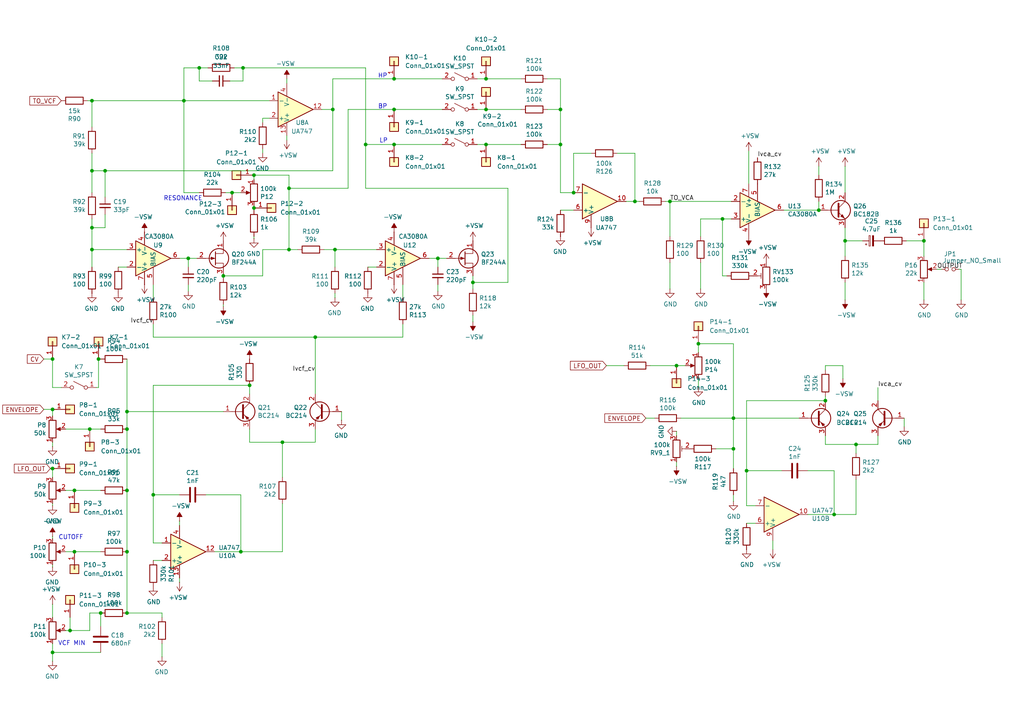
<source format=kicad_sch>
(kicad_sch (version 20250114) (generator "eeschema") (generator_version "9.0")
  (paper "A4")
  (text "BP" (at 110.998 30.988 0) (effects (font (size 1.27 1.27))))
  (text "RESONANCE" (at 53.086 57.658 0) (effects (font (size 1.27 1.27))))
  (text "CUTOFF" (at 20.574 155.956 0) (effects (font (size 1.27 1.27))))
  (text "LP" (at 111.252 40.894 0) (effects (font (size 1.27 1.27))))
  (text "VCF MIN" (at 20.828 186.69 0) (effects (font (size 1.27 1.27))))
  (text "HP" (at 110.998 22.098 0) (effects (font (size 1.27 1.27))))
  (junction (at 137.16 81.915))
  (junction (at 237.49 60.96))
  (junction (at 28.575 104.14))
  (junction (at 106.045 41.91))
  (junction (at 21.59 160.02))
  (junction (at 26.67 66.04))
  (junction (at 36.83 177.8))
  (junction (at 114.3 22.86))
  (junction (at 96.52 31.75))
  (junction (at 212.725 121.285))
  (junction (at 241.935 149.225))
  (junction (at 26.035 124.46))
  (junction (at 26.67 72.39))
  (junction (at 209.55 63.5))
  (junction (at 73.66 60.325))
  (junction (at 140.97 22.86))
  (junction (at 196.215 106.045))
  (junction (at 26.67 49.53))
  (junction (at 73.66 50.8))
  (junction (at 57.785 19.685))
  (junction (at 114.3 31.75))
  (junction (at 267.97 69.85))
  (junction (at 15.24 104.14))
  (junction (at 72.39 111.76))
  (junction (at 140.97 41.91))
  (junction (at 15.24 135.89))
  (junction (at 166.37 55.88))
  (junction (at 70.485 19.685))
  (junction (at 127 74.93))
  (junction (at 248.285 128.905))
  (junction (at 29.21 177.8))
  (junction (at 54.61 74.93))
  (junction (at 239.395 116.205))
  (junction (at 140.97 31.75))
  (junction (at 64.77 80.01))
  (junction (at 15.24 189.23))
  (junction (at 245.11 69.85))
  (junction (at 67.31 55.88))
  (junction (at 83.82 72.39))
  (junction (at 83.82 54.61))
  (junction (at 216.535 136.525))
  (junction (at 20.32 182.88))
  (junction (at 36.83 119.38))
  (junction (at 97.155 72.39))
  (junction (at 15.24 118.745))
  (junction (at 162.56 31.75))
  (junction (at 69.85 160.02))
  (junction (at 91.44 97.79))
  (junction (at 30.48 49.53))
  (junction (at 21.59 142.24))
  (junction (at 36.83 124.46))
  (junction (at 36.83 142.24))
  (junction (at 212.725 130.175))
  (junction (at 194.31 58.42))
  (junction (at 81.915 128.27))
  (junction (at 36.83 160.02))
  (junction (at 26.67 29.21))
  (junction (at 162.56 41.91))
  (junction (at 202.565 99.695))
  (junction (at 184.15 58.42))
  (junction (at 114.3 41.91))
  (junction (at 44.45 143.51))
  (junction (at 53.34 29.21))
  (wire (pts (xy 106.045 19.685) (xy 106.045 41.91)))
  (wire (pts (xy 72.39 128.27) (xy 81.915 128.27)))
  (wire (pts (xy 83.82 72.39) (xy 86.36 72.39)))
  (wire (pts (xy 25.4 29.21) (xy 26.67 29.21)))
  (wire (pts (xy 72.39 111.76) (xy 72.39 114.3)))
  (wire (pts (xy 91.44 128.27) (xy 91.44 124.46)))
  (wire (pts (xy 245.11 74.295) (xy 245.11 69.85)))
  (wire (pts (xy 70.485 19.685) (xy 106.045 19.685)))
  (wire (pts (xy 241.935 136.525) (xy 241.935 149.225)))
  (wire (pts (xy 44.45 93.98) (xy 44.45 97.79)))
  (wire (pts (xy 30.48 49.53) (xy 30.48 57.15)))
  (wire (pts (xy 52.07 143.51) (xy 44.45 143.51)))
  (wire (pts (xy 53.34 55.88) (xy 53.34 29.21)))
  (wire (pts (xy 52.07 167.64) (xy 52.07 168.91)))
  (wire (pts (xy 184.15 58.42) (xy 181.61 58.42)))
  (wire (pts (xy 73.66 60.96) (xy 73.66 60.325)))
  (wire (pts (xy 36.83 124.46) (xy 36.83 119.38)))
  (wire (pts (xy 69.85 143.51) (xy 69.85 160.02)))
  (wire (pts (xy 162.56 31.75) (xy 162.56 41.91)))
  (wire (pts (xy 76.2 35.56) (xy 76.2 34.29)))
  (wire (pts (xy 96.52 31.75) (xy 96.52 22.86)))
  (wire (pts (xy 162.56 31.75) (xy 158.75 31.75)))
  (wire (pts (xy 26.035 124.46) (xy 29.21 124.46)))
  (wire (pts (xy 76.2 72.39) (xy 83.82 72.39)))
  (wire (pts (xy 29.21 181.61) (xy 29.21 177.8)))
  (wire (pts (xy 137.16 93.345) (xy 137.16 91.44)))
  (wire (pts (xy 81.915 128.27) (xy 81.915 138.43)))
  (wire (pts (xy 91.44 97.79) (xy 116.84 97.79)))
  (wire (pts (xy 76.2 34.29) (xy 78.105 34.29)))
  (wire (pts (xy 57.15 74.93) (xy 54.61 74.93)))
  (wire (pts (xy 64.77 88.9) (xy 64.77 88.265)))
  (wire (pts (xy 83.82 50.8) (xy 73.66 50.8)))
  (wire (pts (xy 21.59 142.24) (xy 29.21 142.24)))
  (wire (pts (xy 267.97 69.85) (xy 262.89 69.85)))
  (wire (pts (xy 44.45 143.51) (xy 44.45 111.76)))
  (wire (pts (xy 184.15 44.45) (xy 184.15 58.42)))
  (wire (pts (xy 239.395 116.205) (xy 216.535 116.205)))
  (wire (pts (xy 83.185 39.37) (xy 83.185 40.64)))
  (wire (pts (xy 207.645 130.175) (xy 212.725 130.175)))
  (wire (pts (xy 212.725 130.175) (xy 212.725 135.89)))
  (wire (pts (xy 114.3 31.75) (xy 128.27 31.75)))
  (wire (pts (xy 30.48 49.53) (xy 96.52 49.53)))
  (wire (pts (xy 278.765 78.105) (xy 278.13 78.105)))
  (wire (pts (xy 65.405 55.88) (xy 67.31 55.88)))
  (wire (pts (xy 106.045 54.61) (xy 106.045 41.91)))
  (wire (pts (xy 76.2 43.18) (xy 76.2 44.45)))
  (wire (pts (xy 244.475 106.045) (xy 239.395 106.045)))
  (wire (pts (xy 73.66 69.215) (xy 73.66 68.58)))
  (wire (pts (xy 34.29 77.47) (xy 36.83 77.47)))
  (wire (pts (xy 15.24 189.23) (xy 29.21 189.23)))
  (wire (pts (xy 175.895 106.045) (xy 180.975 106.045)))
  (wire (pts (xy 26.67 49.53) (xy 26.67 55.88)))
  (wire (pts (xy 106.68 77.47) (xy 109.22 77.47)))
  (wire (pts (xy 99.06 121.92) (xy 99.06 119.38)))
  (wire (pts (xy 227.33 60.96) (xy 237.49 60.96)))
  (wire (pts (xy 248.285 128.905) (xy 254.635 128.905)))
  (wire (pts (xy 209.55 63.5) (xy 209.55 80.01)))
  (wire (pts (xy 203.2 63.5) (xy 209.55 63.5)))
  (wire (pts (xy 26.67 66.04) (xy 26.67 63.5)))
  (wire (pts (xy 147.32 81.915) (xy 147.32 54.61)))
  (wire (pts (xy 19.05 160.02) (xy 21.59 160.02)))
  (wire (pts (xy 73.66 50.8) (xy 73.66 52.07)))
  (wire (pts (xy 83.82 54.61) (xy 83.82 72.39)))
  (wire (pts (xy 216.535 136.525) (xy 226.695 136.525)))
  (wire (pts (xy 81.915 128.27) (xy 91.44 128.27)))
  (wire (pts (xy 36.83 119.38) (xy 36.83 104.14)))
  (wire (pts (xy 26.67 29.21) (xy 53.34 29.21)))
  (wire (pts (xy 44.45 143.51) (xy 44.45 157.48)))
  (wire (pts (xy 93.98 72.39) (xy 97.155 72.39)))
  (wire (pts (xy 64.77 119.38) (xy 36.83 119.38)))
  (wire (pts (xy 30.48 62.23) (xy 30.48 66.04)))
  (wire (pts (xy 210.82 80.01) (xy 209.55 80.01)))
  (wire (pts (xy 179.07 44.45) (xy 184.15 44.45)))
  (wire (pts (xy 209.55 63.5) (xy 212.09 63.5)))
  (wire (pts (xy 138.43 22.86) (xy 140.97 22.86)))
  (wire (pts (xy 96.52 22.86) (xy 114.3 22.86)))
  (wire (pts (xy 36.83 177.8) (xy 36.83 160.02)))
  (wire (pts (xy 81.915 146.05) (xy 81.915 160.02)))
  (wire (pts (xy 216.535 116.205) (xy 216.535 136.525)))
  (wire (pts (xy 26.67 72.39) (xy 36.83 72.39)))
  (wire (pts (xy 70.485 19.685) (xy 67.945 19.685)))
  (wire (pts (xy 158.75 41.91) (xy 162.56 41.91)))
  (wire (pts (xy 137.16 81.915) (xy 147.32 81.915)))
  (wire (pts (xy 137.16 83.82) (xy 137.16 81.915)))
  (wire (pts (xy 262.255 123.825) (xy 262.255 121.285)))
  (wire (pts (xy 184.15 58.42) (xy 185.42 58.42)))
  (wire (pts (xy 93.345 31.75) (xy 96.52 31.75)))
  (wire (pts (xy 64.77 80.645) (xy 64.77 80.01)))
  (wire (pts (xy 114.3 41.91) (xy 128.27 41.91)))
  (wire (pts (xy 138.43 41.91) (xy 140.97 41.91)))
  (wire (pts (xy 245.11 69.85) (xy 245.11 66.04)))
  (wire (pts (xy 202.565 112.395) (xy 202.565 109.855)))
  (wire (pts (xy 46.99 186.69) (xy 46.99 190.5)))
  (wire (pts (xy 248.285 139.065) (xy 248.285 149.225)))
  (wire (pts (xy 203.2 63.5) (xy 203.2 68.58)))
  (wire (pts (xy 83.185 24.13) (xy 83.185 22.86)))
  (wire (pts (xy 212.725 130.175) (xy 212.725 121.285)))
  (wire (pts (xy 26.67 77.47) (xy 26.67 72.39)))
  (wire (pts (xy 52.07 151.13) (xy 52.07 152.4)))
  (wire (pts (xy 127 77.47) (xy 127 74.93)))
  (wire (pts (xy 97.155 72.39) (xy 109.22 72.39)))
  (wire (pts (xy 20.32 179.07) (xy 20.32 182.88)))
  (wire (pts (xy 171.45 44.45) (xy 166.37 44.45)))
  (wire (pts (xy 254.635 128.905) (xy 254.635 126.365)))
  (wire (pts (xy 28.575 112.395) (xy 28.575 104.14)))
  (wire (pts (xy 57.785 55.88) (xy 53.34 55.88)))
  (wire (pts (xy 97.155 86.36) (xy 97.155 85.09)))
  (wire (pts (xy 73.66 60.325) (xy 73.66 59.69)))
  (wire (pts (xy 239.395 128.905) (xy 248.285 128.905)))
  (wire (pts (xy 212.725 99.695) (xy 212.725 121.285)))
  (wire (pts (xy 194.31 58.42) (xy 212.09 58.42)))
  (wire (pts (xy 44.45 157.48) (xy 46.99 157.48)))
  (wire (pts (xy 224.155 159.385) (xy 224.155 156.845)))
  (wire (pts (xy 57.785 19.685) (xy 60.325 19.685)))
  (wire (pts (xy 27.94 112.395) (xy 28.575 112.395)))
  (wire (pts (xy 26.67 36.83) (xy 26.67 29.21)))
  (wire (pts (xy 62.23 160.02) (xy 69.85 160.02)))
  (wire (pts (xy 239.395 126.365) (xy 239.395 128.905)))
  (wire (pts (xy 26.035 177.8) (xy 29.21 177.8)))
  (wire (pts (xy 237.49 60.96) (xy 237.49 58.42)))
  (wire (pts (xy 100.965 31.75) (xy 100.965 54.61)))
  (wire (pts (xy 53.34 19.685) (xy 53.34 29.21)))
  (wire (pts (xy 248.285 131.445) (xy 248.285 128.905)))
  (wire (pts (xy 15.24 104.14) (xy 15.24 112.395)))
  (wire (pts (xy 21.59 160.02) (xy 29.21 160.02)))
  (wire (pts (xy 26.67 66.04) (xy 26.67 72.39)))
  (wire (pts (xy 44.45 86.36) (xy 44.45 82.55)))
  (wire (pts (xy 187.325 121.285) (xy 189.865 121.285)))
  (wire (pts (xy 267.97 86.995) (xy 267.97 81.915)))
  (wire (pts (xy 76.2 80.01) (xy 76.2 72.39)))
  (wire (pts (xy 245.11 48.26) (xy 245.11 55.88)))
  (wire (pts (xy 245.11 81.915) (xy 245.11 86.995)))
  (wire (pts (xy 19.05 124.46) (xy 26.035 124.46)))
  (wire (pts (xy 15.24 189.23) (xy 15.24 186.69)))
  (wire (pts (xy 46.99 177.8) (xy 36.83 177.8)))
  (wire (pts (xy 212.725 143.51) (xy 212.725 145.415)))
  (wire (pts (xy 83.82 54.61) (xy 100.965 54.61)))
  (wire (pts (xy 278.765 86.995) (xy 278.765 78.105)))
  (wire (pts (xy 67.31 55.88) (xy 69.85 55.88)))
  (wire (pts (xy 59.69 143.51) (xy 69.85 143.51)))
  (wire (pts (xy 57.785 19.685) (xy 53.34 19.685)))
  (wire (pts (xy 26.035 182.88) (xy 26.035 177.8)))
  (wire (pts (xy 203.2 83.82) (xy 203.2 76.2)))
  (wire (pts (xy 166.37 55.88) (xy 162.56 55.88)))
  (wire (pts (xy 239.395 106.045) (xy 239.395 107.315)))
  (wire (pts (xy 83.82 54.61) (xy 83.82 50.8)))
  (wire (pts (xy 162.56 22.86) (xy 162.56 31.75)))
  (wire (pts (xy 194.31 76.2) (xy 194.31 83.82)))
  (wire (pts (xy 114.3 31.75) (xy 100.965 31.75)))
  (wire (pts (xy 36.83 160.02) (xy 36.83 142.24)))
  (wire (pts (xy 26.67 49.53) (xy 26.67 44.45)))
  (wire (pts (xy 15.24 146.05) (xy 15.24 146.685)))
  (wire (pts (xy 19.05 182.88) (xy 20.32 182.88)))
  (wire (pts (xy 12.7 104.14) (xy 15.24 104.14)))
  (wire (pts (xy 216.535 151.765) (xy 219.075 151.765)))
  (wire (pts (xy 162.56 55.88) (xy 162.56 41.91)))
  (wire (pts (xy 237.49 48.26) (xy 237.49 50.8)))
  (wire (pts (xy 66.675 23.495) (xy 70.485 23.495)))
  (wire (pts (xy 19.05 142.24) (xy 21.59 142.24)))
  (wire (pts (xy 97.155 72.39) (xy 97.155 77.47)))
  (wire (pts (xy 166.37 44.45) (xy 166.37 55.88)))
  (wire (pts (xy 106.045 41.91) (xy 114.3 41.91)))
  (wire (pts (xy 15.24 179.07) (xy 15.24 175.26)))
  (wire (pts (xy 15.24 135.89) (xy 15.24 138.43)))
  (wire (pts (xy 234.315 149.225) (xy 241.935 149.225)))
  (wire (pts (xy 254.635 112.395) (xy 254.635 116.205)))
  (wire (pts (xy 15.24 128.27) (xy 15.24 129.54)))
  (wire (pts (xy 267.97 74.295) (xy 267.97 69.85)))
  (wire (pts (xy 212.725 121.285) (xy 231.775 121.285)))
  (wire (pts (xy 273.05 78.105) (xy 271.78 78.105)))
  (wire (pts (xy 216.535 146.685) (xy 219.075 146.685)))
  (wire (pts (xy 140.97 31.75) (xy 151.13 31.75)))
  (wire (pts (xy 193.04 58.42) (xy 194.31 58.42)))
  (wire (pts (xy 217.17 43.815) (xy 217.17 53.34)))
  (wire (pts (xy 194.31 58.42) (xy 194.31 68.58)))
  (wire (pts (xy 57.785 19.685) (xy 57.785 23.495)))
  (wire (pts (xy 64.77 80.01) (xy 76.2 80.01)))
  (wire (pts (xy 44.45 111.76) (xy 72.39 111.76)))
  (wire (pts (xy 188.595 106.045) (xy 196.215 106.045)))
  (wire (pts (xy 202.565 99.695) (xy 202.565 102.235)))
  (wire (pts (xy 140.97 22.86) (xy 151.13 22.86)))
  (wire (pts (xy 137.16 81.915) (xy 137.16 80.01)))
  (wire (pts (xy 202.565 99.695) (xy 212.725 99.695)))
  (wire (pts (xy 70.485 19.685) (xy 70.485 23.495)))
  (wire (pts (xy 15.24 112.395) (xy 17.78 112.395)))
  (wire (pts (xy 15.24 118.745) (xy 15.24 120.65)))
  (wire (pts (xy 54.61 74.93) (xy 52.07 74.93)))
  (wire (pts (xy 96.52 49.53) (xy 96.52 31.75)))
  (wire (pts (xy 196.215 125.095) (xy 196.215 126.365)))
  (wire (pts (xy 216.535 146.685) (xy 216.535 136.525)))
  (wire (pts (xy 54.61 77.47) (xy 54.61 74.93)))
  (wire (pts (xy 91.44 114.3) (xy 91.44 97.79)))
  (wire (pts (xy 15.24 163.83) (xy 15.24 164.465)))
  (wire (pts (xy 245.11 69.85) (xy 250.19 69.85)))
  (wire (pts (xy 116.84 86.36) (xy 116.84 82.55)))
  (wire (pts (xy 44.45 97.79) (xy 91.44 97.79)))
  (wire (pts (xy 81.915 160.02) (xy 69.85 160.02)))
  (wire (pts (xy 239.395 114.935) (xy 239.395 116.205)))
  (wire (pts (xy 61.595 23.495) (xy 57.785 23.495)))
  (wire (pts (xy 196.215 135.255) (xy 196.215 133.985)))
  (wire (pts (xy 12.7 118.745) (xy 15.24 118.745)))
  (wire (pts (xy 129.54 74.93) (xy 127 74.93)))
  (wire (pts (xy 140.97 41.91) (xy 151.13 41.91)))
  (wire (pts (xy 212.725 121.285) (xy 197.485 121.285)))
  (wire (pts (xy 116.84 97.79) (xy 116.84 93.98)))
  (wire (pts (xy 15.24 189.23) (xy 15.24 191.77)))
  (wire (pts (xy 46.99 179.07) (xy 46.99 177.8)))
  (wire (pts (xy 244.475 109.855) (xy 244.475 106.045)))
  (wire (pts (xy 72.39 128.27) (xy 72.39 124.46)))
  (wire (pts (xy 53.34 29.21) (xy 78.105 29.21)))
  (wire (pts (xy 114.3 22.86) (xy 128.27 22.86)))
  (wire (pts (xy 138.43 31.75) (xy 140.97 31.75)))
  (wire (pts (xy 234.315 136.525) (xy 241.935 136.525)))
  (wire (pts (xy 196.215 106.045) (xy 198.755 106.045)))
  (wire (pts (xy 28.575 104.14) (xy 29.21 104.14)))
  (wire (pts (xy 147.32 54.61) (xy 106.045 54.61)))
  (wire (pts (xy 54.61 84.455) (xy 54.61 82.55)))
  (wire (pts (xy 127 74.93) (xy 124.46 74.93)))
  (wire (pts (xy 162.56 22.86) (xy 158.75 22.86)))
  (wire (pts (xy 44.45 162.56) (xy 46.99 162.56)))
  (wire (pts (xy 15.24 156.21) (xy 15.24 155.575)))
  (wire (pts (xy 14.605 135.89) (xy 15.24 135.89)))
  (wire (pts (xy 127 84.455) (xy 127 82.55)))
  (wire (pts (xy 20.32 182.88) (xy 26.035 182.88)))
  (wire (pts (xy 162.56 60.96) (xy 166.37 60.96)))
  (wire (pts (xy 30.48 66.04) (xy 26.67 66.04)))
  (wire (pts (xy 248.285 149.225) (xy 241.935 149.225)))
  (wire (pts (xy 36.83 142.24) (xy 36.83 124.46)))
  (wire (pts (xy 30.48 49.53) (xy 26.67 49.53)))
  (label "TO_VCA" (at 194.31 58.42 0))
  (label "Ivca_cv" (at 219.71 45.72 0))
  (label "Ivcf_cv" (at 44.45 93.98 180))
  (label "Ivcf_cv" (at 91.44 107.95 180))
  (label "OUTPUT" (at 271.78 78.105 0))
  (label "Ivca_cv" (at 254.635 112.395 0))
  (global_label "LFO_OUT" (shape input) (at 14.605 135.89 180) (property "Intersheetrefs" "${INTERSHEET_REFS}" (effects (hide yes))))
  (global_label "TO_VCF" (shape input) (at 17.78 29.21 180) (property "Intersheetrefs" "${INTERSHEET_REFS}" (effects (hide yes))))
  (global_label "CV" (shape input) (at 12.7 104.14 180) (property "Intersheetrefs" "${INTERSHEET_REFS}" (effects (hide yes))))
  (global_label "ENVELOPE" (shape input) (at 187.325 121.285 180) (property "Intersheetrefs" "${INTERSHEET_REFS}" (effects (hide yes))))
  (global_label "LFO_OUT" (shape input) (at 175.895 106.045 180) (property "Intersheetrefs" "${INTERSHEET_REFS}" (effects (hide yes))))
  (global_label "ENVELOPE" (shape input) (at 12.7 118.745 180) (property "Intersheetrefs" "${INTERSHEET_REFS}" (effects (hide yes))))
  (symbol (lib_id "Amplifier_Operational:CA3080A") (at 44.45 74.93 0) (mirror x) (unit 1)
    (property "Reference" "U9" (at 44.45 71.12 0) (effects (justify left)))
    (property "Value" "CA3080A" (at 41.91 68.58 0) (effects (justify left)))
    (property "Footprint" "Package_DIP:DIP-8_W7.62mm_Socket_LongPads" (effects (hide yes)))
    (property "Datasheet" "http://www.intersil.com/content/dam/Intersil/documents/ca30/ca3080-a.pdf" (effects (hide yes)))
    (property "Description" "2MHz, Operational Transconductance Amplifier (OTA), gM spread 1.6:1, DIP-8/SOIC-8" (effects (hide yes)))
  )
  (symbol (lib_id "Amplifier_Operational:CA3080A") (at 116.84 74.93 0) (mirror x) (unit 1)
    (property "Reference" "U12" (at 116.84 71.12 0) (effects (justify left)))
    (property "Value" "CA3080A" (at 115.57 68.58 0) (effects (justify left)))
    (property "Footprint" "Package_DIP:DIP-8_W7.62mm_Socket_LongPads" (effects (hide yes)))
    (property "Datasheet" "http://www.intersil.com/content/dam/Intersil/documents/ca30/ca3080-a.pdf" (effects (hide yes)))
    (property "Description" "2MHz, Operational Transconductance Amplifier (OTA), gM spread 1.6:1, DIP-8/SOIC-8" (effects (hide yes)))
  )
  (symbol (lib_id "Amplifier_Operational:CA3080A") (at 219.71 60.96 0) (unit 1)
    (property "Reference" "U13" (at 228.4476 59.7916 0) (effects (justify left)))
    (property "Value" "CA3080A" (at 228.4476 62.103 0) (effects (justify left)))
    (property "Footprint" "Package_DIP:DIP-8_W7.62mm_Socket_LongPads" (effects (hide yes)))
    (property "Datasheet" "http://www.intersil.com/content/dam/Intersil/documents/ca30/ca3080-a.pdf" (effects (hide yes)))
    (property "Description" "2MHz, Operational Transconductance Amplifier (OTA), gM spread 1.6:1, DIP-8/SOIC-8" (effects (hide yes)))
  )
  (symbol (lib_id "janel-panel-minimoog-rescue:UA747-Amplifier_Operational") (at 85.725 31.75 0) (mirror x) (unit 1)
    (property "Reference" "U8" (at 85.725 35.56 0) (effects (justify left)))
    (property "Value" "UA747" (at 84.455 38.1 0) (effects (justify left)))
    (property "Footprint" "Package_DIP:DIP-14_W7.62mm_Socket_LongPads" (effects (hide yes)))
  )
  (symbol (lib_id "janel-panel-minimoog-rescue:UA747-Amplifier_Operational") (at 173.99 58.42 0) (mirror x) (unit 2)
    (property "Reference" "U8" (at 173.99 63.5 0) (effects (justify left)))
    (property "Value" "UA747" (at 172.72 66.04 0) (effects (justify left)))
    (property "Footprint" "Package_DIP:DIP-14_W7.62mm_Socket_LongPads" (effects (hide yes)))
  )
  (symbol (lib_id "janel-panel-minimoog-rescue:UA747-Amplifier_Operational") (at 54.61 160.02 0) (mirror x) (unit 1)
    (property "Reference" "U10" (at 63.3476 161.1884 0) (effects (justify left)))
    (property "Value" "UA747" (at 63.3476 158.877 0) (effects (justify left)))
    (property "Footprint" "Package_DIP:DIP-14_W7.62mm_Socket_LongPads" (effects (hide yes)))
  )
  (symbol (lib_id "janel-panel-minimoog-rescue:UA747-Amplifier_Operational") (at 226.695 149.225 0) (mirror x) (unit 2)
    (property "Reference" "U10" (at 235.4326 150.3934 0) (effects (justify left)))
    (property "Value" "UA747" (at 235.4326 148.082 0) (effects (justify left)))
    (property "Footprint" "Package_DIP:DIP-14_W7.62mm_Socket_LongPads" (effects (hide yes)))
  )
  (symbol (lib_id "power:+VSW") (at 171.45 66.04 0) (mirror x) (unit 1)
    (property "Reference" "#PWR0111" (effects (hide yes)))
    (property "Value" "+VSW" (at 171.831 70.4342 0))
    (property "Description" "Power symbol creates a global label with name \"+VSW\"" (effects (hide yes)))
  )
  (symbol (lib_id "power:+VSW") (at 83.185 40.64 0) (mirror x) (unit 1)
    (property "Reference" "#PWR096" (effects (hide yes)))
    (property "Value" "+VSW" (at 83.566 45.0342 0))
    (property "Description" "Power symbol creates a global label with name \"+VSW\"" (effects (hide yes)))
  )
  (symbol (lib_id "power:-VSW") (at 83.185 22.86 0) (mirror y) (unit 1)
    (property "Reference" "#PWR095" (effects (hide yes)))
    (property "Value" "-VSW" (at 82.804 18.4658 0))
    (property "Description" "Power symbol creates a global label with name \"-VSW\"" (effects (hide yes)))
  )
  (symbol (lib_id "power:-VSW") (at 41.91 67.31 0) (mirror y) (unit 1)
    (property "Reference" "#PWR082" (effects (hide yes)))
    (property "Value" "-VSW" (at 41.529 62.9158 0))
    (property "Description" "Power symbol creates a global label with name \"-VSW\"" (effects (hide yes)))
  )
  (symbol (lib_id "power:-VSW") (at 114.3 67.31 0) (mirror y) (unit 1)
    (property "Reference" "#PWR099" (effects (hide yes)))
    (property "Value" "-VSW" (at 113.919 62.9158 0))
    (property "Description" "Power symbol creates a global label with name \"-VSW\"" (effects (hide yes)))
  )
  (symbol (lib_id "power:-VSW") (at 217.17 68.58 180) (unit 1)
    (property "Reference" "#PWR0117" (effects (hide yes)))
    (property "Value" "-VSW" (at 216.789 72.9742 0))
    (property "Description" "Power symbol creates a global label with name \"-VSW\"" (effects (hide yes)))
  )
  (symbol (lib_id "power:-VSW") (at 52.07 151.13 0) (unit 1)
    (property "Reference" "#PWR087" (effects (hide yes)))
    (property "Value" "-VSW" (at 52.451 146.7358 0))
    (property "Description" "Power symbol creates a global label with name \"-VSW\"" (effects (hide yes)))
  )
  (symbol (lib_id "power:+VSW") (at 41.91 82.55 0) (mirror x) (unit 1)
    (property "Reference" "#PWR083" (effects (hide yes)))
    (property "Value" "+VSW" (at 42.291 86.9442 0))
    (property "Description" "Power symbol creates a global label with name \"+VSW\"" (effects (hide yes)))
  )
  (symbol (lib_id "power:+VSW") (at 114.3 82.55 0) (mirror x) (unit 1)
    (property "Reference" "#PWR0100" (effects (hide yes)))
    (property "Value" "+VSW" (at 114.681 86.9442 0))
    (property "Description" "Power symbol creates a global label with name \"+VSW\"" (effects (hide yes)))
  )
  (symbol (lib_id "power:+VSW") (at 217.17 43.815 0) (unit 1)
    (property "Reference" "#PWR0116" (effects (hide yes)))
    (property "Value" "+VSW" (at 217.551 39.4208 0))
    (property "Description" "Power symbol creates a global label with name \"+VSW\"" (effects (hide yes)))
  )
  (symbol (lib_id "power:+VSW") (at 52.07 168.91 180) (unit 1)
    (property "Reference" "#PWR086" (effects (hide yes)))
    (property "Value" "+VSW" (at 51.689 173.3042 0))
    (property "Description" "Power symbol creates a global label with name \"+VSW\"" (effects (hide yes)))
  )
  (symbol (lib_id "power:+VSW") (at 224.155 159.385 180) (unit 1)
    (property "Reference" "#PWR0109" (effects (hide yes)))
    (property "Value" "+VSW" (at 223.774 163.7792 0))
    (property "Description" "Power symbol creates a global label with name \"+VSW\"" (effects (hide yes)))
  )
  (symbol (lib_id "Device:R") (at 162.56 64.77 0) (mirror y) (unit 1)
    (property "Reference" "R124" (at 160.782 63.6016 0) (effects (justify left)))
    (property "Value" "33k" (at 160.782 65.913 0) (effects (justify left)))
    (property "Footprint" "Resistor_THT:R_Axial_DIN0207_L6.3mm_D2.5mm_P15.24mm_Horizontal" (effects (hide yes)))
    (property "Description" "Resistor" (effects (hide yes)))
  )
  (symbol (lib_id "Device:R") (at 76.2 39.37 0) (mirror y) (unit 1)
    (property "Reference" "R110" (at 74.422 38.2016 0) (effects (justify left)))
    (property "Value" "2k2" (at 74.422 40.513 0) (effects (justify left)))
    (property "Footprint" "Resistor_THT:R_Axial_DIN0207_L6.3mm_D2.5mm_P15.24mm_Horizontal" (effects (hide yes)))
    (property "Description" "Resistor" (effects (hide yes)))
  )
  (symbol (lib_id "power:GND") (at 76.2 44.45 0) (mirror y) (unit 1)
    (property "Reference" "#PWR093" (effects (hide yes)))
    (property "Value" "GND" (at 76.073 48.8442 0))
    (property "Description" "Power symbol creates a global label with name \"GND\" , ground" (effects (hide yes)))
  )
  (symbol (lib_id "power:GND") (at 162.56 68.58 0) (mirror y) (unit 1)
    (property "Reference" "#PWR0110" (effects (hide yes)))
    (property "Value" "GND" (at 162.433 72.9742 0))
    (property "Description" "Power symbol creates a global label with name \"GND\" , ground" (effects (hide yes)))
  )
  (symbol (lib_id "Device:R") (at 21.59 29.21 270) (mirror x) (unit 1)
    (property "Reference" "R90" (at 21.59 34.4678 90))
    (property "Value" "15k" (at 21.59 32.1564 90))
    (property "Footprint" "Resistor_THT:R_Axial_DIN0207_L6.3mm_D2.5mm_P15.24mm_Horizontal" (effects (hide yes)))
    (property "Description" "Resistor" (effects (hide yes)))
  )
  (symbol (lib_id "Device:R") (at 175.26 44.45 270) (mirror x) (unit 1)
    (property "Reference" "R126" (at 175.26 49.7078 90))
    (property "Value" "100k" (at 175.26 47.3964 90))
    (property "Footprint" "Resistor_THT:R_Axial_DIN0207_L6.3mm_D2.5mm_P15.24mm_Horizontal" (effects (hide yes)))
    (property "Description" "Resistor" (effects (hide yes)))
  )
  (symbol (lib_id "Device:R") (at 189.23 58.42 270) (unit 1)
    (property "Reference" "R128" (at 189.23 53.1622 90))
    (property "Value" "10k" (at 189.23 55.4736 90))
    (property "Footprint" "Resistor_THT:R_Axial_DIN0207_L6.3mm_D2.5mm_P15.24mm_Horizontal" (effects (hide yes)))
    (property "Description" "Resistor" (effects (hide yes)))
  )
  (symbol (lib_id "Transistor_BJT:Q_PNP_BCE") (at 236.855 121.285 0) (unit 1)
    (property "Reference" "Q24" (at 242.57 120.0149 0) (effects (justify left)))
    (property "Value" "BC214" (at 242.57 122.5549 0) (effects (justify left)))
    (property "Footprint" "Package_TO_SOT_THT:TO-92L_Inline_Wide" (effects (hide yes)))
    (property "Description" "PNP transistor, base/collector/emitter" (effects (hide yes)))
    (property "Sim.Device" "PNP" (effects (hide yes)))
    (property "Sim.Pins" "1=B 2=C 3=E" (effects (hide yes)))
  )
  (symbol (lib_id "Transistor_BJT:Q_PNP_BCE") (at 257.175 121.285 0) (mirror y) (unit 1)
    (property "Reference" "Q25" (at 251.46 120.0149 0) (effects (justify left)))
    (property "Value" "BC214" (at 251.46 122.5549 0) (effects (justify left)))
    (property "Footprint" "Package_TO_SOT_THT:TO-92L_Inline_Wide" (effects (hide yes)))
    (property "Description" "PNP transistor, base/collector/emitter" (effects (hide yes)))
    (property "Sim.Device" "PNP" (effects (hide yes)))
    (property "Sim.Pins" "1=B 2=C 3=E" (effects (hide yes)))
  )
  (symbol (lib_id "Transistor_BJT:Q_PNP_BCE") (at 93.98 119.38 0) (mirror y) (unit 1)
    (property "Reference" "Q22" (at 89.154 118.2116 0) (effects (justify left)))
    (property "Value" "BC214" (at 89.154 120.523 0) (effects (justify left)))
    (property "Footprint" "Package_TO_SOT_THT:TO-92L_Inline_Wide" (effects (hide yes)))
    (property "Description" "PNP transistor, base/collector/emitter" (effects (hide yes)))
    (property "Sim.Device" "PNP" (effects (hide yes)))
    (property "Sim.Pins" "1=B 2=C 3=E" (effects (hide yes)))
  )
  (symbol (lib_id "Transistor_BJT:Q_PNP_BCE") (at 69.85 119.38 0) (unit 1)
    (property "Reference" "Q21" (at 74.7014 118.2116 0) (effects (justify left)))
    (property "Value" "BC214" (at 74.7014 120.523 0) (effects (justify left)))
    (property "Footprint" "Package_TO_SOT_THT:TO-92L_Inline_Wide" (effects (hide yes)))
    (property "Description" "PNP transistor, base/collector/emitter" (effects (hide yes)))
    (property "Sim.Device" "PNP" (effects (hide yes)))
    (property "Sim.Pins" "1=B 2=C 3=E" (effects (hide yes)))
  )
  (symbol (lib_id "power:GND") (at 44.45 170.18 0) (unit 1)
    (property "Reference" "#PWR084" (effects (hide yes)))
    (property "Value" "GND" (at 44.577 174.5742 0))
    (property "Description" "Power symbol creates a global label with name \"GND\" , ground" (effects (hide yes)))
  )
  (symbol (lib_id "power:GND") (at 216.535 159.385 0) (unit 1)
    (property "Reference" "#PWR0108" (effects (hide yes)))
    (property "Value" "GND" (at 216.662 163.7792 0))
    (property "Description" "Power symbol creates a global label with name \"GND\" , ground" (effects (hide yes)))
  )
  (symbol (lib_id "Device:R") (at 44.45 166.37 180) (unit 1)
    (property "Reference" "R101" (at 49.7078 166.37 90))
    (property "Value" "330k" (at 47.3964 166.37 90))
    (property "Footprint" "Resistor_THT:R_Axial_DIN0207_L6.3mm_D2.5mm_P15.24mm_Horizontal" (effects (hide yes)))
    (property "Description" "Resistor" (effects (hide yes)))
  )
  (symbol (lib_id "Device:R") (at 216.535 155.575 0) (unit 1)
    (property "Reference" "R120" (at 211.2772 155.575 90))
    (property "Value" "330k" (at 213.5886 155.575 90))
    (property "Footprint" "Resistor_THT:R_Axial_DIN0207_L6.3mm_D2.5mm_P15.24mm_Horizontal" (effects (hide yes)))
    (property "Description" "Resistor" (effects (hide yes)))
  )
  (symbol (lib_id "Device:C") (at 230.505 136.525 270) (unit 1)
    (property "Reference" "C24" (at 230.505 130.1242 90))
    (property "Value" "1nF" (at 230.505 132.4356 90))
    (property "Footprint" "Capacitor_THT:C_Disc_D5.0mm_W2.5mm_P5.00mm" (effects (hide yes)))
    (property "Description" "Unpolarized capacitor" (effects (hide yes)))
  )
  (symbol (lib_id "Device:C") (at 55.88 143.51 270) (unit 1)
    (property "Reference" "C21" (at 55.88 137.1092 90))
    (property "Value" "1nF" (at 55.88 139.4206 90))
    (property "Footprint" "Capacitor_THT:C_Disc_D5.0mm_W2.5mm_P5.00mm" (effects (hide yes)))
    (property "Description" "Unpolarized capacitor" (effects (hide yes)))
  )
  (symbol (lib_id "power:GND") (at 262.255 123.825 0) (unit 1)
    (property "Reference" "#PWR0113" (effects (hide yes)))
    (property "Value" "GND" (at 262.382 128.2192 0))
    (property "Description" "Power symbol creates a global label with name \"GND\" , ground" (effects (hide yes)))
  )
  (symbol (lib_id "Device:R") (at 81.915 142.24 0) (mirror y) (unit 1)
    (property "Reference" "R107" (at 80.137 141.0716 0) (effects (justify left)))
    (property "Value" "2k2" (at 80.137 143.383 0) (effects (justify left)))
    (property "Footprint" "Resistor_THT:R_Axial_DIN0207_L6.3mm_D2.5mm_P15.24mm_Horizontal" (effects (hide yes)))
    (property "Description" "Resistor" (effects (hide yes)))
  )
  (symbol (lib_id "Device:R") (at 248.285 135.255 0) (unit 1)
    (property "Reference" "R127" (at 250.063 134.0866 0) (effects (justify left)))
    (property "Value" "2k2" (at 250.063 136.398 0) (effects (justify left)))
    (property "Footprint" "Resistor_THT:R_Axial_DIN0207_L6.3mm_D2.5mm_P15.24mm_Horizontal" (effects (hide yes)))
    (property "Description" "Resistor" (effects (hide yes)))
  )
  (symbol (lib_id "power:GND") (at 99.06 121.92 0) (mirror y) (unit 1)
    (property "Reference" "#PWR098" (effects (hide yes)))
    (property "Value" "GND" (at 98.933 126.3142 0))
    (property "Description" "Power symbol creates a global label with name \"GND\" , ground" (effects (hide yes)))
  )
  (symbol (lib_id "Device:R") (at 44.45 90.17 0) (mirror x) (unit 1)
    (property "Reference" "R100" (at 46.228 91.3384 0) (effects (justify left)))
    (property "Value" "27k" (at 46.228 89.027 0) (effects (justify left)))
    (property "Footprint" "Resistor_THT:R_Axial_DIN0207_L6.3mm_D2.5mm_P15.24mm_Horizontal" (effects (hide yes)))
    (property "Description" "Resistor" (effects (hide yes)))
  )
  (symbol (lib_id "Device:R") (at 116.84 90.17 0) (mirror x) (unit 1)
    (property "Reference" "R113" (at 118.618 91.3384 0) (effects (justify left)))
    (property "Value" "27k" (at 118.618 89.027 0) (effects (justify left)))
    (property "Footprint" "Resistor_THT:R_Axial_DIN0207_L6.3mm_D2.5mm_P15.24mm_Horizontal" (effects (hide yes)))
    (property "Description" "Resistor" (effects (hide yes)))
  )
  (symbol (lib_id "Device:R") (at 72.39 107.95 0) (mirror x) (unit 1)
    (property "Reference" "R105" (at 67.1322 107.95 90))
    (property "Value" "330" (at 69.4436 107.95 90))
    (property "Footprint" "Resistor_THT:R_Axial_DIN0207_L6.3mm_D2.5mm_P15.24mm_Horizontal" (effects (hide yes)))
    (property "Description" "Resistor" (effects (hide yes)))
  )
  (symbol (lib_id "power:-VSW") (at 72.39 104.14 0) (mirror y) (unit 1)
    (property "Reference" "#PWR091" (effects (hide yes)))
    (property "Value" "-VSW" (at 72.009 99.7458 0))
    (property "Description" "Power symbol creates a global label with name \"-VSW\"" (effects (hide yes)))
  )
  (symbol (lib_id "janel-panel-minimoog-rescue:R_POT-Device") (at 15.24 182.88 0) (mirror x) (unit 1)
    (property "Reference" "P11" (at 13.462 181.7116 0) (effects (justify right)))
    (property "Value" "100k" (at 13.462 184.023 0) (effects (justify right)))
  )
  (symbol (lib_id "power:GND") (at 15.24 191.77 0) (mirror y) (unit 1)
    (property "Reference" "#PWR079" (effects (hide yes)))
    (property "Value" "GND" (at 15.113 196.1642 0))
    (property "Description" "Power symbol creates a global label with name \"GND\" , ground" (effects (hide yes)))
  )
  (symbol (lib_id "Device:R") (at 33.02 177.8 90) (mirror x) (unit 1)
    (property "Reference" "R98" (at 33.02 172.5422 90))
    (property "Value" "100k" (at 33.02 174.8536 90))
    (property "Footprint" "Resistor_THT:R_Axial_DIN0207_L6.3mm_D2.5mm_P15.24mm_Horizontal" (effects (hide yes)))
    (property "Description" "Resistor" (effects (hide yes)))
  )
  (symbol (lib_id "janel-panel-minimoog-rescue:R_POT-Device") (at 15.24 124.46 0) (mirror x) (unit 1) (on_board no)
    (property "Reference" "P8" (at 13.462 123.2916 0) (effects (justify right)))
    (property "Value" "50k" (at 13.462 125.603 0) (effects (justify right)))
  )
  (symbol (lib_id "power:GND") (at 15.24 129.54 0) (mirror y) (unit 1)
    (property "Reference" "#PWR074" (effects (hide yes)))
    (property "Value" "GND" (at 15.113 133.9342 0))
    (property "Description" "Power symbol creates a global label with name \"GND\" , ground" (effects (hide yes)))
  )
  (symbol (lib_id "Device:R") (at 33.02 124.46 90) (mirror x) (unit 1)
    (property "Reference" "R95" (at 33.02 119.2022 90))
    (property "Value" "33k" (at 33.02 121.5136 90))
    (property "Footprint" "Resistor_THT:R_Axial_DIN0207_L6.3mm_D2.5mm_P15.24mm_Horizontal" (effects (hide yes)))
    (property "Description" "Resistor" (effects (hide yes)))
  )
  (symbol (lib_id "janel-panel-minimoog-rescue:R_POT-Device") (at 15.24 142.24 0) (mirror x) (unit 1) (on_board no)
    (property "Reference" "P9" (at 13.462 141.0716 0) (effects (justify right)))
    (property "Value" "50k" (at 13.462 143.383 0) (effects (justify right)))
  )
  (symbol (lib_id "power:GND") (at 15.24 146.685 0) (mirror y) (unit 1)
    (property "Reference" "#PWR075" (effects (hide yes)))
    (property "Value" "GND" (at 15.24 151.13 0))
    (property "Description" "Power symbol creates a global label with name \"GND\" , ground" (effects (hide yes)))
  )
  (symbol (lib_id "Device:R") (at 33.02 142.24 90) (mirror x) (unit 1)
    (property "Reference" "R96" (at 33.02 136.9822 90))
    (property "Value" "47k" (at 33.02 139.2936 90))
    (property "Footprint" "Resistor_THT:R_Axial_DIN0207_L6.3mm_D2.5mm_P15.24mm_Horizontal" (effects (hide yes)))
    (property "Description" "Resistor" (effects (hide yes)))
  )
  (symbol (lib_id "janel-panel-minimoog-rescue:R_POT-Device") (at 15.24 160.02 0) (mirror x) (unit 1) (on_board no)
    (property "Reference" "P10" (at 13.462 158.8516 0) (effects (justify right)))
    (property "Value" "100k" (at 13.462 161.163 0) (effects (justify right)))
  )
  (symbol (lib_id "power:GND") (at 15.24 164.465 0) (mirror y) (unit 1)
    (property "Reference" "#PWR077" (effects (hide yes)))
    (property "Value" "GND" (at 15.113 168.8592 0))
    (property "Description" "Power symbol creates a global label with name \"GND\" , ground" (effects (hide yes)))
  )
  (symbol (lib_id "Device:R") (at 33.02 160.02 90) (mirror x) (unit 1)
    (property "Reference" "R97" (at 33.02 154.7622 90))
    (property "Value" "100k" (at 33.02 157.0736 90))
    (property "Footprint" "Resistor_THT:R_Axial_DIN0207_L6.3mm_D2.5mm_P15.24mm_Horizontal" (effects (hide yes)))
    (property "Description" "Resistor" (effects (hide yes)))
  )
  (symbol (lib_id "Switch:SW_SPST") (at 22.86 112.395 0) (mirror y) (unit 1) (on_board no)
    (property "Reference" "K7" (at 22.86 106.426 0))
    (property "Value" "SW_SPST" (at 22.86 108.7374 0))
    (property "Description" "Single Pole Single Throw (SPST) switch" (effects (hide yes)))
  )
  (symbol (lib_id "Device:R") (at 33.02 104.14 90) (mirror x) (unit 1)
    (property "Reference" "R94" (at 33.02 98.8822 90))
    (property "Value" "100k" (at 33.02 101.1936 90))
    (property "Footprint" "Resistor_THT:R_Axial_DIN0207_L6.3mm_D2.5mm_P15.24mm_Horizontal" (effects (hide yes)))
    (property "Description" "Resistor" (effects (hide yes)))
  )
  (symbol (lib_id "power:-VSW") (at 15.24 155.575 0) (mirror y) (unit 1)
    (property "Reference" "#PWR076" (effects (hide yes)))
    (property "Value" "-VSW" (at 15.24 151.13 0))
    (property "Description" "Power symbol creates a global label with name \"-VSW\"" (effects (hide yes)))
  )
  (symbol (lib_id "power:+VSW") (at 15.24 175.26 0) (mirror y) (unit 1)
    (property "Reference" "#PWR078" (effects (hide yes)))
    (property "Value" "+VSW" (at 14.859 170.8658 0))
    (property "Description" "Power symbol creates a global label with name \"+VSW\"" (effects (hide yes)))
  )
  (symbol (lib_id "Device:C") (at 29.21 185.42 180) (unit 1)
    (property "Reference" "C18" (at 32.1056 184.2516 0) (effects (justify right)))
    (property "Value" "680nF" (at 32.1056 186.563 0) (effects (justify right)))
    (property "Footprint" "Capacitor_THT:C_Disc_D5.0mm_W2.5mm_P5.00mm" (effects (hide yes)))
    (property "Description" "Unpolarized capacitor" (effects (hide yes)))
  )
  (symbol (lib_id "Device:R") (at 46.99 182.88 0) (mirror y) (unit 1)
    (property "Reference" "R102" (at 45.212 181.7116 0) (effects (justify left)))
    (property "Value" "2k2" (at 45.212 184.023 0) (effects (justify left)))
    (property "Footprint" "Resistor_THT:R_Axial_DIN0207_L6.3mm_D2.5mm_P15.24mm_Horizontal" (effects (hide yes)))
    (property "Description" "Resistor" (effects (hide yes)))
  )
  (symbol (lib_id "power:GND") (at 46.99 190.5 0) (mirror y) (unit 1)
    (property "Reference" "#PWR085" (effects (hide yes)))
    (property "Value" "GND" (at 46.863 194.8942 0))
    (property "Description" "Power symbol creates a global label with name \"GND\" , ground" (effects (hide yes)))
  )
  (symbol (lib_id "Transistor_FET:BF244A") (at 134.62 74.93 0) (unit 1)
    (property "Reference" "Q23" (at 139.4714 73.7616 0) (effects (justify left)))
    (property "Value" "BF244A" (at 139.4714 76.073 0) (effects (justify left)))
    (property "Footprint" "Package_TO_SOT_THT:TO-92_Inline_Wide" (effects (hide yes)))
    (property "Datasheet" "https://media.digikey.com/pdf/Data%20Sheets/Fairchild%20PDFs/BF244x.pdf" (effects (hide yes)))
    (property "Description" "50mA Id, 30V Vgs, N-Channel FET Transistor, TO-92" (effects (hide yes)))
  )
  (symbol (lib_id "Transistor_FET:BF244A") (at 62.23 74.93 0) (unit 1)
    (property "Reference" "Q20" (at 67.0814 73.7616 0) (effects (justify left)))
    (property "Value" "BF244A" (at 67.0814 76.073 0) (effects (justify left)))
    (property "Footprint" "Package_TO_SOT_THT:TO-92_Inline" (effects (hide yes)))
    (property "Datasheet" "https://media.digikey.com/pdf/Data%20Sheets/Fairchild%20PDFs/BF244x.pdf" (effects (hide yes)))
    (property "Description" "50mA Id, 30V Vgs, N-Channel FET Transistor, TO-92" (effects (hide yes)))
  )
  (symbol (lib_id "Device:R") (at 193.675 121.285 90) (mirror x) (unit 1)
    (property "Reference" "R116" (at 193.675 116.0272 90))
    (property "Value" "100k" (at 193.675 118.3386 90))
    (property "Footprint" "Resistor_THT:R_Axial_DIN0207_L6.3mm_D2.5mm_P15.24mm_Horizontal" (effects (hide yes)))
    (property "Description" "Resistor" (effects (hide yes)))
  )
  (symbol (lib_id "Device:R") (at 203.835 130.175 270) (mirror x) (unit 1)
    (property "Reference" "R117" (at 203.835 135.4328 90))
    (property "Value" "100k" (at 203.835 133.1214 90))
    (property "Footprint" "Resistor_THT:R_Axial_DIN0207_L6.3mm_D2.5mm_P15.24mm_Horizontal" (effects (hide yes)))
    (property "Description" "Resistor" (effects (hide yes)))
  )
  (symbol (lib_id "Device:C_Small") (at 54.61 80.01 0) (unit 1)
    (property "Reference" "C20" (at 56.9468 78.8416 0) (effects (justify left)))
    (property "Value" "220pF" (at 56.9468 81.153 0) (effects (justify left)))
    (property "Footprint" "Capacitor_THT:C_Disc_D5.0mm_W2.5mm_P5.00mm" (effects (hide yes)))
    (property "Description" "Unpolarized capacitor, small symbol" (effects (hide yes)))
  )
  (symbol (lib_id "power:GND") (at 54.61 84.455 0) (unit 1)
    (property "Reference" "#PWR088" (effects (hide yes)))
    (property "Value" "GND" (at 54.737 88.8492 0))
    (property "Description" "Power symbol creates a global label with name \"GND\" , ground" (effects (hide yes)))
  )
  (symbol (lib_id "power:+VSW") (at 64.77 69.85 0) (unit 1)
    (property "Reference" "#PWR089" (effects (hide yes)))
    (property "Value" "+VSW" (at 65.151 65.4558 0))
    (property "Description" "Power symbol creates a global label with name \"+VSW\"" (effects (hide yes)))
  )
  (symbol (lib_id "janel-panel-minimoog-rescue:R_POT_TRIM-Device") (at 196.215 130.175 0) (mirror x) (unit 1)
    (property "Reference" "RV9_1" (at 194.4624 131.3434 0) (effects (justify right)))
    (property "Value" "100k" (at 194.4624 129.032 0) (effects (justify right)))
    (property "Footprint" "Potentiometer_THT:Potentiometer_Bourns_3296W_Vertical" (effects (hide yes)))
  )
  (symbol (lib_id "Device:R") (at 34.29 81.28 0) (mirror x) (unit 1)
    (property "Reference" "R99" (at 32.5374 80.1116 0) (effects (justify right)))
    (property "Value" "100" (at 32.5374 82.423 0) (effects (justify right)))
    (property "Footprint" "Resistor_THT:R_Axial_DIN0207_L6.3mm_D2.5mm_P15.24mm_Horizontal" (effects (hide yes)))
    (property "Description" "Resistor" (effects (hide yes)))
  )
  (symbol (lib_id "power:GND") (at 34.29 85.09 0) (mirror y) (unit 1)
    (property "Reference" "#PWR081" (effects (hide yes)))
    (property "Value" "GND" (at 34.163 89.4842 0))
    (property "Description" "Power symbol creates a global label with name \"GND\" , ground" (effects (hide yes)))
  )
  (symbol (lib_id "Device:R") (at 26.67 81.28 0) (mirror x) (unit 1)
    (property "Reference" "R93" (at 24.9174 80.1116 0) (effects (justify right)))
    (property "Value" "100" (at 24.9174 82.423 0) (effects (justify right)))
    (property "Footprint" "Resistor_THT:R_Axial_DIN0207_L6.3mm_D2.5mm_P15.24mm_Horizontal" (effects (hide yes)))
    (property "Description" "Resistor" (effects (hide yes)))
  )
  (symbol (lib_id "power:GND") (at 26.67 85.09 0) (mirror y) (unit 1)
    (property "Reference" "#PWR080" (effects (hide yes)))
    (property "Value" "GND" (at 26.543 89.4842 0))
    (property "Description" "Power symbol creates a global label with name \"GND\" , ground" (effects (hide yes)))
  )
  (symbol (lib_id "power:GND") (at 196.215 125.095 270) (unit 1)
    (property "Reference" "#PWR0101" (effects (hide yes)))
    (property "Value" "GND" (at 191.8208 125.222 0))
    (property "Description" "Power symbol creates a global label with name \"GND\" , ground" (effects (hide yes)))
  )
  (symbol (lib_id "power:-VSW") (at 196.215 135.255 0) (mirror x) (unit 1)
    (property "Reference" "#PWR0102" (effects (hide yes)))
    (property "Value" "-VSW" (at 196.596 139.6492 0))
    (property "Description" "Power symbol creates a global label with name \"-VSW\"" (effects (hide yes)))
  )
  (symbol (lib_id "Device:C_Small") (at 127 80.01 0) (unit 1)
    (property "Reference" "C23" (at 129.3368 78.8416 0) (effects (justify left)))
    (property "Value" "220pF" (at 129.3368 81.153 0) (effects (justify left)))
    (property "Footprint" "Capacitor_THT:C_Disc_D5.0mm_W2.5mm_P5.00mm" (effects (hide yes)))
    (property "Description" "Unpolarized capacitor, small symbol" (effects (hide yes)))
  )
  (symbol (lib_id "power:GND") (at 127 84.455 0) (unit 1)
    (property "Reference" "#PWR0103" (effects (hide yes)))
    (property "Value" "GND" (at 127.127 88.8492 0))
    (property "Description" "Power symbol creates a global label with name \"GND\" , ground" (effects (hide yes)))
  )
  (symbol (lib_id "power:+VSW") (at 137.16 69.85 0) (unit 1)
    (property "Reference" "#PWR0105" (effects (hide yes)))
    (property "Value" "+VSW" (at 137.541 65.4558 0))
    (property "Description" "Power symbol creates a global label with name \"+VSW\"" (effects (hide yes)))
  )
  (symbol (lib_id "Device:R") (at 64.77 84.455 180) (unit 1)
    (property "Reference" "R103" (at 66.548 83.2866 0) (effects (justify right)))
    (property "Value" "12k" (at 66.548 85.598 0) (effects (justify right)))
    (property "Footprint" "Resistor_THT:R_Axial_DIN0207_L6.3mm_D2.5mm_P15.24mm_Horizontal" (effects (hide yes)))
    (property "Description" "Resistor" (effects (hide yes)))
  )
  (symbol (lib_id "Device:R") (at 137.16 87.63 180) (unit 1)
    (property "Reference" "R118" (at 138.938 86.4616 0) (effects (justify right)))
    (property "Value" "12k" (at 138.938 88.773 0) (effects (justify right)))
    (property "Footprint" "Resistor_THT:R_Axial_DIN0207_L6.3mm_D2.5mm_P15.24mm_Horizontal" (effects (hide yes)))
    (property "Description" "Resistor" (effects (hide yes)))
  )
  (symbol (lib_id "Device:R") (at 212.725 139.7 0) (mirror x) (unit 1)
    (property "Reference" "R119" (at 207.4672 139.7 90))
    (property "Value" "4k7" (at 209.7786 139.7 90))
    (property "Footprint" "Resistor_THT:R_Axial_DIN0207_L6.3mm_D2.5mm_P15.24mm_Horizontal" (effects (hide yes)))
    (property "Description" "Resistor" (effects (hide yes)))
  )
  (symbol (lib_id "power:GND") (at 212.725 145.415 0) (unit 1)
    (property "Reference" "#PWR0107" (effects (hide yes)))
    (property "Value" "GND" (at 212.852 149.8092 0))
    (property "Description" "Power symbol creates a global label with name \"GND\" , ground" (effects (hide yes)))
  )
  (symbol (lib_id "janel-panel-minimoog-rescue:R_POT-Device") (at 202.565 106.045 0) (mirror y) (unit 1)
    (property "Reference" "P14" (at 204.343 107.2134 0) (effects (justify right)))
    (property "Value" "100k" (at 204.343 104.902 0) (effects (justify right)))
  )
  (symbol (lib_id "power:GND") (at 202.565 112.395 0) (unit 1)
    (property "Reference" "#PWR0104" (effects (hide yes)))
    (property "Value" "GND" (at 202.692 116.7892 0))
    (property "Description" "Power symbol creates a global label with name \"GND\" , ground" (effects (hide yes)))
  )
  (symbol (lib_id "Device:R") (at 184.785 106.045 90) (mirror x) (unit 1)
    (property "Reference" "R114" (at 184.785 100.7872 90))
    (property "Value" "51k" (at 184.785 103.0986 90))
    (property "Footprint" "Resistor_THT:R_Axial_DIN0207_L6.3mm_D2.5mm_P15.24mm_Horizontal" (effects (hide yes)))
    (property "Description" "Resistor" (effects (hide yes)))
  )
  (symbol (lib_id "power:-VSW") (at 244.475 109.855 0) (mirror x) (unit 1)
    (property "Reference" "#PWR0112" (effects (hide yes)))
    (property "Value" "-VSW" (at 244.856 114.2492 0))
    (property "Description" "Power symbol creates a global label with name \"-VSW\"" (effects (hide yes)))
  )
  (symbol (lib_id "power:-VSW") (at 222.25 83.82 0) (mirror x) (unit 1)
    (property "Reference" "#PWR0119" (effects (hide yes)))
    (property "Value" "-VSW" (at 222.631 88.2142 0))
    (property "Description" "Power symbol creates a global label with name \"-VSW\"" (effects (hide yes)))
  )
  (symbol (lib_id "power:-VSW") (at 137.16 93.345 0) (mirror x) (unit 1)
    (property "Reference" "#PWR0106" (effects (hide yes)))
    (property "Value" "-VSW" (at 137.541 97.7392 0))
    (property "Description" "Power symbol creates a global label with name \"-VSW\"" (effects (hide yes)))
  )
  (symbol (lib_id "Device:R") (at 106.68 81.28 0) (mirror x) (unit 1)
    (property "Reference" "R112" (at 104.9274 80.1116 0) (effects (justify right)))
    (property "Value" "100" (at 104.9274 82.423 0) (effects (justify right)))
    (property "Footprint" "Resistor_THT:R_Axial_DIN0207_L6.3mm_D2.5mm_P15.24mm_Horizontal" (effects (hide yes)))
    (property "Description" "Resistor" (effects (hide yes)))
  )
  (symbol (lib_id "power:GND") (at 106.68 85.09 0) (mirror y) (unit 1)
    (property "Reference" "#PWR097" (effects (hide yes)))
    (property "Value" "GND" (at 106.553 89.4842 0))
    (property "Description" "Power symbol creates a global label with name \"GND\" , ground" (effects (hide yes)))
  )
  (symbol (lib_id "Device:R") (at 97.155 81.28 0) (mirror x) (unit 1)
    (property "Reference" "R111" (at 95.4024 80.1116 0) (effects (justify right)))
    (property "Value" "100" (at 95.4024 82.423 0) (effects (justify right)))
    (property "Footprint" "Resistor_THT:R_Axial_DIN0207_L6.3mm_D2.5mm_P15.24mm_Horizontal" (effects (hide yes)))
    (property "Description" "Resistor" (effects (hide yes)))
  )
  (symbol (lib_id "power:-VSW") (at 64.77 88.9 0) (mirror x) (unit 1)
    (property "Reference" "#PWR090" (effects (hide yes)))
    (property "Value" "-VSW" (at 65.151 93.2942 0))
    (property "Description" "Power symbol creates a global label with name \"-VSW\"" (effects (hide yes)))
  )
  (symbol (lib_id "power:GND") (at 97.155 86.36 0) (mirror y) (unit 1)
    (property "Reference" "#PWR094" (effects (hide yes)))
    (property "Value" "GND" (at 97.028 90.7542 0))
    (property "Description" "Power symbol creates a global label with name \"GND\" , ground" (effects (hide yes)))
  )
  (symbol (lib_id "Device:R") (at 237.49 54.61 0) (mirror y) (unit 1)
    (property "Reference" "R134" (at 239.268 53.4416 0) (effects (justify right)))
    (property "Value" "1M" (at 239.268 55.753 0) (effects (justify right)))
    (property "Footprint" "Resistor_THT:R_Axial_DIN0207_L6.3mm_D2.5mm_P15.24mm_Horizontal" (effects (hide yes)))
    (property "Description" "Resistor" (effects (hide yes)))
  )
  (symbol (lib_id "power:+VSW") (at 237.49 48.26 0) (unit 1)
    (property "Reference" "#PWR0120" (effects (hide yes)))
    (property "Value" "+VSW" (at 237.871 43.8658 0))
    (property "Description" "Power symbol creates a global label with name \"+VSW\"" (effects (hide yes)))
  )
  (symbol (lib_id "janel-panel-minimoog-rescue:R_POT_TRIM-Device") (at 222.25 80.01 0) (mirror y) (unit 1)
    (property "Reference" "RV133" (at 224.0026 78.8416 0) (effects (justify right)))
    (property "Value" "100k" (at 224.0026 81.153 0) (effects (justify right)))
    (property "Footprint" "Potentiometer_THT:Potentiometer_Bourns_3296W_Vertical" (effects (hide yes)))
  )
  (symbol (lib_id "Transistor_BJT:Q_NPN_BCE") (at 242.57 60.96 0) (unit 1)
    (property "Reference" "Q26" (at 247.4214 59.7916 0) (effects (justify left)))
    (property "Value" "BC182B" (at 247.4214 62.103 0) (effects (justify left)))
    (property "Footprint" "Package_TO_SOT_THT:TO-92L_Inline_Wide" (effects (hide yes)))
    (property "Description" "NPN transistor, base/collector/emitter" (effects (hide yes)))
    (property "Sim.Device" "NPN" (effects (hide yes)))
    (property "Sim.Pins" "1=B 2=C 3=E" (effects (hide yes)))
  )
  (symbol (lib_id "Device:R") (at 245.11 78.105 0) (mirror y) (unit 1)
    (property "Reference" "R135" (at 246.888 76.9366 0) (effects (justify right)))
    (property "Value" "12k" (at 246.888 79.248 0) (effects (justify right)))
    (property "Footprint" "Resistor_THT:R_Axial_DIN0207_L6.3mm_D2.5mm_P15.24mm_Horizontal" (effects (hide yes)))
    (property "Description" "Resistor" (effects (hide yes)))
  )
  (symbol (lib_id "power:-VSW") (at 245.11 86.995 0) (mirror x) (unit 1)
    (property "Reference" "#PWR0122" (effects (hide yes)))
    (property "Value" "-VSW" (at 245.491 91.3892 0))
    (property "Description" "Power symbol creates a global label with name \"-VSW\"" (effects (hide yes)))
  )
  (symbol (lib_id "power:+VSW") (at 245.11 48.26 0) (unit 1)
    (property "Reference" "#PWR0121" (effects (hide yes)))
    (property "Value" "+VSW" (at 245.491 43.8658 0))
    (property "Description" "Power symbol creates a global label with name \"+VSW\"" (effects (hide yes)))
  )
  (symbol (lib_id "janel-panel-minimoog-rescue:R_POT-Device") (at 267.97 78.105 0) (mirror x) (unit 1)
    (property "Reference" "P16" (at 266.192 76.9366 0) (effects (justify right)))
    (property "Value" "22k" (at 266.192 79.248 0) (effects (justify right)))
  )
  (symbol (lib_id "power:GND") (at 267.97 86.995 0) (unit 1)
    (property "Reference" "#PWR0123" (effects (hide yes)))
    (property "Value" "GND" (at 268.097 91.3892 0))
    (property "Description" "Power symbol creates a global label with name \"GND\" , ground" (effects (hide yes)))
  )
  (symbol (lib_id "janel-panel-minimoog-rescue:CP_Small-Device") (at 252.73 69.85 90) (unit 1)
    (property "Reference" "C25" (at 252.73 64.135 90))
    (property "Value" "4.7uF" (at 252.73 66.4464 90))
    (property "Footprint" "Capacitor_THT:CP_Radial_D8.0mm_P5.00mm" (effects (hide yes)))
  )
  (symbol (lib_id "Device:R") (at 61.595 55.88 270) (unit 1)
    (property "Reference" "R104" (at 61.595 50.6222 90))
    (property "Value" "22k" (at 61.595 52.9336 90))
    (property "Footprint" "Resistor_THT:R_Axial_DIN0207_L6.3mm_D2.5mm_P15.24mm_Horizontal" (effects (hide yes)))
    (property "Description" "Resistor" (effects (hide yes)))
  )
  (symbol (lib_id "Device:R") (at 73.66 64.77 180) (unit 1)
    (property "Reference" "R106" (at 75.438 63.6016 0) (effects (justify right)))
    (property "Value" "1k" (at 75.438 65.913 0) (effects (justify right)))
    (property "Footprint" "Resistor_THT:R_Axial_DIN0207_L6.3mm_D2.5mm_P15.24mm_Horizontal" (effects (hide yes)))
    (property "Description" "Resistor" (effects (hide yes)))
  )
  (symbol (lib_id "Device:R") (at 64.135 19.685 270) (unit 1)
    (property "Reference" "R108" (at 64.135 13.97 90))
    (property "Value" "39k" (at 64.135 16.51 90))
    (property "Footprint" "Resistor_THT:R_Axial_DIN0207_L6.3mm_D2.5mm_P15.24mm_Horizontal" (effects (hide yes)))
    (property "Description" "Resistor" (effects (hide yes)))
  )
  (symbol (lib_id "Device:C_Small") (at 64.135 23.495 270) (unit 1)
    (property "Reference" "C22" (at 64.1286 16.51 90))
    (property "Value" "33nF" (at 64.1286 19.05 90))
    (property "Footprint" "Capacitor_THT:C_Disc_D5.0mm_W2.5mm_P5.00mm" (effects (hide yes)))
    (property "Description" "Unpolarized capacitor, small symbol" (effects (hide yes)))
  )
  (symbol (lib_id "Device:R") (at 214.63 80.01 270) (unit 1)
    (property "Reference" "R131" (at 214.63 74.7522 90))
    (property "Value" "330k" (at 214.63 77.0636 90))
    (property "Footprint" "Resistor_THT:R_Axial_DIN0207_L6.3mm_D2.5mm_P15.24mm_Horizontal" (effects (hide yes)))
    (property "Description" "Resistor" (effects (hide yes)))
  )
  (symbol (lib_id "janel-panel-minimoog-rescue:R_POT-Device") (at 73.66 55.88 0) (mirror y) (unit 1)
    (property "Reference" "P12" (at 75.438 57.0484 0) (effects (justify right)))
    (property "Value" "100k" (at 75.438 54.737 0) (effects (justify right)))
  )
  (symbol (lib_id "Device:R") (at 90.17 72.39 90) (mirror x) (unit 1)
    (property "Reference" "R109" (at 90.17 67.1322 90))
    (property "Value" "39k" (at 90.17 69.4436 90))
    (property "Footprint" "Resistor_THT:R_Axial_DIN0207_L6.3mm_D2.5mm_P15.24mm_Horizontal" (effects (hide yes)))
    (property "Description" "Resistor" (effects (hide yes)))
  )
  (symbol (lib_id "Switch:SW_SPST") (at 133.35 41.91 0) (mirror y) (unit 1) (on_board no)
    (property "Reference" "K8" (at 133.35 35.941 0))
    (property "Value" "SW_SPST" (at 133.35 38.2524 0))
    (property "Description" "Single Pole Single Throw (SPST) switch" (effects (hide yes)))
  )
  (symbol (lib_id "Device:R") (at 154.94 41.91 270) (unit 1)
    (property "Reference" "R123" (at 154.94 36.6522 90))
    (property "Value" "100k" (at 154.94 38.9636 90))
    (property "Footprint" "Resistor_THT:R_Axial_DIN0207_L6.3mm_D2.5mm_P15.24mm_Horizontal" (effects (hide yes)))
    (property "Description" "Resistor" (effects (hide yes)))
  )
  (symbol (lib_id "power:GND") (at 73.66 69.215 0) (mirror y) (unit 1)
    (property "Reference" "#PWR092" (effects (hide yes)))
    (property "Value" "GND" (at 73.533 73.6092 0))
    (property "Description" "Power symbol creates a global label with name \"GND\" , ground" (effects (hide yes)))
  )
  (symbol (lib_id "Switch:SW_SPST") (at 133.35 22.86 0) (mirror y) (unit 1) (on_board no)
    (property "Reference" "K10" (at 133.35 16.891 0))
    (property "Value" "SW_SPST" (at 133.35 19.2024 0))
    (property "Description" "Single Pole Single Throw (SPST) switch" (effects (hide yes)))
  )
  (symbol (lib_id "Device:R") (at 154.94 22.86 270) (unit 1)
    (property "Reference" "R121" (at 154.94 17.6022 90))
    (property "Value" "100k" (at 154.94 19.9136 90))
    (property "Footprint" "Resistor_THT:R_Axial_DIN0207_L6.3mm_D2.5mm_P15.24mm_Horizontal" (effects (hide yes)))
    (property "Description" "Resistor" (effects (hide yes)))
  )
  (symbol (lib_id "Switch:SW_SPST") (at 133.35 31.75 0) (mirror y) (unit 1) (on_board no)
    (property "Reference" "K9" (at 133.35 25.781 0))
    (property "Value" "SW_SPST" (at 133.35 28.0924 0))
    (property "Description" "Single Pole Single Throw (SPST) switch" (effects (hide yes)))
  )
  (symbol (lib_id "Device:R") (at 154.94 31.75 270) (unit 1)
    (property "Reference" "R122" (at 154.94 26.4922 90))
    (property "Value" "100k" (at 154.94 28.8036 90))
    (property "Footprint" "Resistor_THT:R_Axial_DIN0207_L6.3mm_D2.5mm_P15.24mm_Horizontal" (effects (hide yes)))
    (property "Description" "Resistor" (effects (hide yes)))
  )
  (symbol (lib_id "Device:R") (at 259.08 69.85 270) (unit 1)
    (property "Reference" "R136" (at 259.08 64.5922 90))
    (property "Value" "1k" (at 259.08 66.9036 90))
    (property "Footprint" "Resistor_THT:R_Axial_DIN0207_L6.3mm_D2.5mm_P15.24mm_Horizontal" (effects (hide yes)))
    (property "Description" "Resistor" (effects (hide yes)))
  )
  (symbol (lib_id "janel-panel-minimoog-rescue:Jumper_NO_Small-Device") (at 275.59 78.105 0) (unit 1)
    (property "Reference" "JP1" (at 275.59 73.66 0))
    (property "Value" "Jumper_NO_Small" (at 281.94 75.565 0))
  )
  (symbol (lib_id "power:GND") (at 278.765 86.995 0) (unit 1)
    (property "Reference" "#PWR0128" (effects (hide yes)))
    (property "Value" "GND" (at 278.892 91.3892 0))
    (property "Description" "Power symbol creates a global label with name \"GND\" , ground" (effects (hide yes)))
  )
  (symbol (lib_id "Device:R") (at 26.67 59.69 0) (mirror x) (unit 1)
    (property "Reference" "R92" (at 24.892 58.5216 0) (effects (justify right)))
    (property "Value" "39k" (at 24.892 60.833 0) (effects (justify right)))
    (property "Footprint" "Resistor_THT:R_Axial_DIN0207_L6.3mm_D2.5mm_P15.24mm_Horizontal" (effects (hide yes)))
    (property "Description" "Resistor" (effects (hide yes)))
  )
  (symbol (lib_id "Device:R") (at 26.67 40.64 0) (mirror x) (unit 1)
    (property "Reference" "R91" (at 24.892 39.4716 0) (effects (justify right)))
    (property "Value" "39k" (at 24.892 41.783 0) (effects (justify right)))
    (property "Footprint" "Resistor_THT:R_Axial_DIN0207_L6.3mm_D2.5mm_P15.24mm_Horizontal" (effects (hide yes)))
    (property "Description" "Resistor" (effects (hide yes)))
  )
  (symbol (lib_id "Device:C_Small") (at 30.48 59.69 0) (unit 1)
    (property "Reference" "C19" (at 32.8168 58.5216 0) (effects (justify left)))
    (property "Value" "33pF" (at 32.8168 60.833 0) (effects (justify left)))
    (property "Footprint" "Capacitor_THT:C_Disc_D5.0mm_W2.5mm_P5.00mm" (effects (hide yes)))
    (property "Description" "Unpolarized capacitor, small symbol" (effects (hide yes)))
  )
  (symbol (lib_id "power:GND") (at 203.2 83.82 0) (unit 1)
    (property "Reference" "#PWR0115" (effects (hide yes)))
    (property "Value" "GND" (at 203.327 88.2142 0))
    (property "Description" "Power symbol creates a global label with name \"GND\" , ground" (effects (hide yes)))
  )
  (symbol (lib_id "power:GND") (at 194.31 83.82 0) (unit 1)
    (property "Reference" "#PWR0114" (effects (hide yes)))
    (property "Value" "GND" (at 194.437 88.2142 0))
    (property "Description" "Power symbol creates a global label with name \"GND\" , ground" (effects (hide yes)))
  )
  (symbol (lib_id "Device:R") (at 194.31 72.39 0) (mirror y) (unit 1)
    (property "Reference" "R129" (at 196.088 71.2216 0) (effects (justify right)))
    (property "Value" "100" (at 196.088 73.533 0) (effects (justify right)))
    (property "Footprint" "Resistor_THT:R_Axial_DIN0207_L6.3mm_D2.5mm_P15.24mm_Horizontal" (effects (hide yes)))
    (property "Description" "Resistor" (effects (hide yes)))
  )
  (symbol (lib_id "Device:R") (at 203.2 72.39 0) (mirror y) (unit 1)
    (property "Reference" "R130" (at 204.978 71.2216 0) (effects (justify right)))
    (property "Value" "100" (at 204.978 73.533 0) (effects (justify right)))
    (property "Footprint" "Resistor_THT:R_Axial_DIN0207_L6.3mm_D2.5mm_P15.24mm_Horizontal" (effects (hide yes)))
    (property "Description" "Resistor" (effects (hide yes)))
  )
  (symbol (lib_id "Device:R") (at 219.71 49.53 0) (mirror y) (unit 1)
    (property "Reference" "R132" (at 221.488 48.3616 0) (effects (justify right)))
    (property "Value" "27k" (at 221.488 50.673 0) (effects (justify right)))
    (property "Footprint" "Resistor_THT:R_Axial_DIN0207_L6.3mm_D2.5mm_P15.24mm_Horizontal" (effects (hide yes)))
    (property "Description" "Resistor" (effects (hide yes)))
  )
  (symbol (lib_id "power:+VSW") (at 222.25 76.2 0) (unit 1)
    (property "Reference" "#PWR0118" (effects (hide yes)))
    (property "Value" "+VSW" (at 222.631 71.8058 0))
    (property "Description" "Power symbol creates a global label with name \"+VSW\"" (effects (hide yes)))
  )
  (symbol (lib_id "Device:R") (at 239.395 111.125 0) (mirror x) (unit 1)
    (property "Reference" "R125" (at 234.1372 111.125 90))
    (property "Value" "330k" (at 236.4486 111.125 90))
    (property "Footprint" "Resistor_THT:R_Axial_DIN0207_L6.3mm_D2.5mm_P15.24mm_Horizontal" (effects (hide yes)))
    (property "Description" "Resistor" (effects (hide yes)))
  )
  (symbol (lib_id "Connector_Generic:Conn_01x01") (at 114.3 36.83 270) (unit 1)
    (property "Reference" "K9-1" (at 117.475 35.5599 90) (effects (justify left)))
    (property "Value" "Conn_01x01" (at 117.475 38.0999 90) (effects (justify left)))
    (property "Footprint" "Connector_PinHeader_2.54mm:PinHeader_1x01_P2.54mm_Vertical" (effects (hide yes)))
    (property "Description" "Generic connector, single row, 01x01, script generated (kicad-library-utils/schlib/autogen/connector/)" (effects (hide yes)))
  )
  (symbol (lib_id "Connector_Generic:Conn_01x01") (at 78.74 60.325 0) (unit 1)
    (property "Reference" "P12-2" (at 81.28 59.0549 0) (effects (justify left)))
    (property "Value" "Conn_01x01" (at 81.28 61.5949 0) (effects (justify left)))
    (property "Footprint" "Connector_PinHeader_2.54mm:PinHeader_1x01_P2.54mm_Vertical" (effects (hide yes)))
    (property "Description" "Generic connector, single row, 01x01, script generated (kicad-library-utils/schlib/autogen/connector/)" (effects (hide yes)))
  )
  (symbol (lib_id "Connector_Generic:Conn_01x01") (at 26.035 129.54 270) (unit 1)
    (property "Reference" "P8-3" (at 29.21 128.2699 90) (effects (justify left)))
    (property "Value" "Conn_01x01" (at 29.21 130.8099 90) (effects (justify left)))
    (property "Footprint" "Connector_PinHeader_2.54mm:PinHeader_1x01_P2.54mm_Vertical" (effects (hide yes)))
    (property "Description" "Generic connector, single row, 01x01, script generated (kicad-library-utils/schlib/autogen/connector/)" (effects (hide yes)))
  )
  (symbol (lib_id "Connector_Generic:Conn_01x01") (at 140.97 46.99 270) (unit 1)
    (property "Reference" "K8-1" (at 144.145 45.7199 90) (effects (justify left)))
    (property "Value" "Conn_01x01" (at 144.145 48.2599 90) (effects (justify left)))
    (property "Footprint" "Connector_PinHeader_2.54mm:PinHeader_1x01_P2.54mm_Vertical" (effects (hide yes)))
    (property "Description" "Generic connector, single row, 01x01, script generated (kicad-library-utils/schlib/autogen/connector/)" (effects (hide yes)))
  )
  (symbol (lib_id "Connector_Generic:Conn_01x01") (at 196.215 111.125 270) (unit 1)
    (property "Reference" "P14-3" (at 199.39 109.8549 90) (effects (justify left)))
    (property "Value" "Conn_01x01" (at 199.39 112.3949 90) (effects (justify left)))
    (property "Footprint" "Connector_PinHeader_2.54mm:PinHeader_1x01_P2.54mm_Vertical" (effects (hide yes)))
    (property "Description" "Generic connector, single row, 01x01, script generated (kicad-library-utils/schlib/autogen/connector/)" (effects (hide yes)))
  )
  (symbol (lib_id "Connector_Generic:Conn_01x01") (at 140.97 26.67 90) (unit 1)
    (property "Reference" "K9-2" (at 139.954 33.782 90) (effects (justify right)))
    (property "Value" "Conn_01x01" (at 138.43 36.068 90) (effects (justify right)))
    (property "Footprint" "Connector_PinHeader_2.54mm:PinHeader_1x01_P2.54mm_Vertical" (effects (hide yes)))
    (property "Description" "Generic connector, single row, 01x01, script generated (kicad-library-utils/schlib/autogen/connector/)" (effects (hide yes)))
  )
  (symbol (lib_id "Connector_Generic:Conn_01x01") (at 20.32 173.99 90) (unit 1)
    (property "Reference" "P11-3" (at 22.86 172.7199 90) (effects (justify right)))
    (property "Value" "Conn_01x01" (at 22.86 175.2599 90) (effects (justify right)))
    (property "Footprint" "Connector_PinHeader_2.54mm:PinHeader_1x01_P2.54mm_Vertical" (effects (hide yes)))
    (property "Description" "Generic connector, single row, 01x01, script generated (kicad-library-utils/schlib/autogen/connector/)" (effects (hide yes)))
  )
  (symbol (lib_id "Connector_Generic:Conn_01x01") (at 15.24 99.06 90) (unit 1)
    (property "Reference" "K7-2" (at 17.78 97.7899 90) (effects (justify right)))
    (property "Value" "Conn_01x01" (at 17.78 100.3299 90) (effects (justify right)))
    (property "Footprint" "Connector_PinHeader_2.54mm:PinHeader_1x01_P2.54mm_Vertical" (effects (hide yes)))
    (property "Description" "Generic connector, single row, 01x01, script generated (kicad-library-utils/schlib/autogen/connector/)" (effects (hide yes)))
  )
  (symbol (lib_id "Connector_Generic:Conn_01x01") (at 67.31 60.96 270) (unit 1)
    (property "Reference" "P12-3" (at 57.658 59.182 90) (effects (justify left)))
    (property "Value" "Conn_01x01" (at 53.594 61.468 90) (effects (justify left)))
    (property "Footprint" "Connector_PinHeader_2.54mm:PinHeader_1x01_P2.54mm_Vertical" (effects (hide yes)))
    (property "Description" "Generic connector, single row, 01x01, script generated (kicad-library-utils/schlib/autogen/connector/)" (effects (hide yes)))
  )
  (symbol (lib_id "Connector_Generic:Conn_01x01") (at 202.565 94.615 90) (unit 1)
    (property "Reference" "P14-1" (at 205.74 93.3449 90) (effects (justify right)))
    (property "Value" "Conn_01x01" (at 205.74 95.8849 90) (effects (justify right)))
    (property "Footprint" "Connector_PinHeader_2.54mm:PinHeader_1x01_P2.54mm_Vertical" (effects (hide yes)))
    (property "Description" "Generic connector, single row, 01x01, script generated (kicad-library-utils/schlib/autogen/connector/)" (effects (hide yes)))
  )
  (symbol (lib_id "Connector_Generic:Conn_01x01") (at 20.32 135.89 0) (unit 1)
    (property "Reference" "P9-1" (at 22.86 134.6199 0) (effects (justify left)))
    (property "Value" "Conn_01x01" (at 22.86 137.1599 0) (effects (justify left)))
    (property "Footprint" "Connector_PinHeader_2.54mm:PinHeader_1x01_P2.54mm_Vertical" (effects (hide yes)))
    (property "Description" "Generic connector, single row, 01x01, script generated (kicad-library-utils/schlib/autogen/connector/)" (effects (hide yes)))
  )
  (symbol (lib_id "Connector_Generic:Conn_01x01") (at 114.3 46.99 270) (unit 1)
    (property "Reference" "K8-2" (at 117.475 45.7199 90) (effects (justify left)))
    (property "Value" "Conn_01x01" (at 117.475 48.2599 90) (effects (justify left)))
    (property "Footprint" "Connector_PinHeader_2.54mm:PinHeader_1x01_P2.54mm_Vertical" (effects (hide yes)))
    (property "Description" "Generic connector, single row, 01x01, script generated (kicad-library-utils/schlib/autogen/connector/)" (effects (hide yes)))
  )
  (symbol (lib_id "Connector_Generic:Conn_01x01") (at 140.97 17.78 90) (unit 1)
    (property "Reference" "K10-2" (at 140.97 11.43 90))
    (property "Value" "Conn_01x01" (at 140.97 13.97 90))
    (property "Footprint" "Connector_PinHeader_2.54mm:PinHeader_1x01_P2.54mm_Vertical" (effects (hide yes)))
    (property "Description" "Generic connector, single row, 01x01, script generated (kicad-library-utils/schlib/autogen/connector/)" (effects (hide yes)))
  )
  (symbol (lib_id "Connector_Generic:Conn_01x01") (at 21.59 147.32 270) (unit 1)
    (property "Reference" "P9-3" (at 24.13 146.0499 90) (effects (justify left)))
    (property "Value" "Conn_01x01" (at 24.13 148.5899 90) (effects (justify left)))
    (property "Footprint" "Connector_PinHeader_2.54mm:PinHeader_1x01_P2.54mm_Vertical" (effects (hide yes)))
    (property "Description" "Generic connector, single row, 01x01, script generated (kicad-library-utils/schlib/autogen/connector/)" (effects (hide yes)))
  )
  (symbol (lib_id "Connector_Generic:Conn_01x01") (at 68.58 50.8 180) (unit 1)
    (property "Reference" "P12-1" (at 68.58 44.45 0))
    (property "Value" "Conn_01x01" (at 68.58 46.99 0))
    (property "Footprint" "Connector_PinHeader_2.54mm:PinHeader_1x01_P2.54mm_Vertical" (effects (hide yes)))
    (property "Description" "Generic connector, single row, 01x01, script generated (kicad-library-utils/schlib/autogen/connector/)" (effects (hide yes)))
  )
  (symbol (lib_id "Connector_Generic:Conn_01x01") (at 20.32 118.745 0) (unit 1)
    (property "Reference" "P8-1" (at 22.86 117.4749 0) (effects (justify left)))
    (property "Value" "Conn_01x01" (at 22.86 120.0149 0) (effects (justify left)))
    (property "Footprint" "Connector_PinHeader_2.54mm:PinHeader_1x01_P2.54mm_Vertical" (effects (hide yes)))
    (property "Description" "Generic connector, single row, 01x01, script generated (kicad-library-utils/schlib/autogen/connector/)" (effects (hide yes)))
  )
  (symbol (lib_id "Connector_Generic:Conn_01x01") (at 28.575 99.06 90) (unit 1)
    (property "Reference" "K7-1" (at 31.75 97.7899 90) (effects (justify right)))
    (property "Value" "Conn_01x01" (at 31.75 100.3299 90) (effects (justify right)))
    (property "Footprint" "Connector_PinHeader_2.54mm:PinHeader_1x01_P2.54mm_Vertical" (effects (hide yes)))
    (property "Description" "Generic connector, single row, 01x01, script generated (kicad-library-utils/schlib/autogen/connector/)" (effects (hide yes)))
  )
  (symbol (lib_id "Connector_Generic:Conn_01x01") (at 21.59 165.1 270) (unit 1)
    (property "Reference" "P10-3" (at 24.13 163.8299 90) (effects (justify left)))
    (property "Value" "Conn_01x01" (at 24.13 166.3699 90) (effects (justify left)))
    (property "Footprint" "Connector_PinHeader_2.54mm:PinHeader_1x01_P2.54mm_Vertical" (effects (hide yes)))
    (property "Description" "Generic connector, single row, 01x01, script generated (kicad-library-utils/schlib/autogen/connector/)" (effects (hide yes)))
  )
  (symbol (lib_id "Connector_Generic:Conn_01x01") (at 267.97 64.77 90) (unit 1)
    (property "Reference" "P13-1" (at 270.51 63.4999 90) (effects (justify right)))
    (property "Value" "Conn_01x01" (at 270.51 66.0399 90) (effects (justify right)))
    (property "Footprint" "Connector_PinHeader_2.54mm:PinHeader_1x01_P2.54mm_Vertical" (effects (hide yes)))
    (property "Description" "Generic connector, single row, 01x01, script generated (kicad-library-utils/schlib/autogen/connector/)" (effects (hide yes)))
  )
  (symbol (lib_id "Connector_Generic:Conn_01x01") (at 114.3 17.78 90) (unit 1)
    (property "Reference" "K10-1" (at 117.475 16.5099 90) (effects (justify right)))
    (property "Value" "Conn_01x01" (at 117.475 19.0499 90) (effects (justify right)))
    (property "Footprint" "Connector_PinHeader_2.54mm:PinHeader_1x01_P2.54mm_Vertical" (effects (hide yes)))
    (property "Description" "Generic connector, single row, 01x01, script generated (kicad-library-utils/schlib/autogen/connector/)" (effects (hide yes)))
  )
)
</source>
